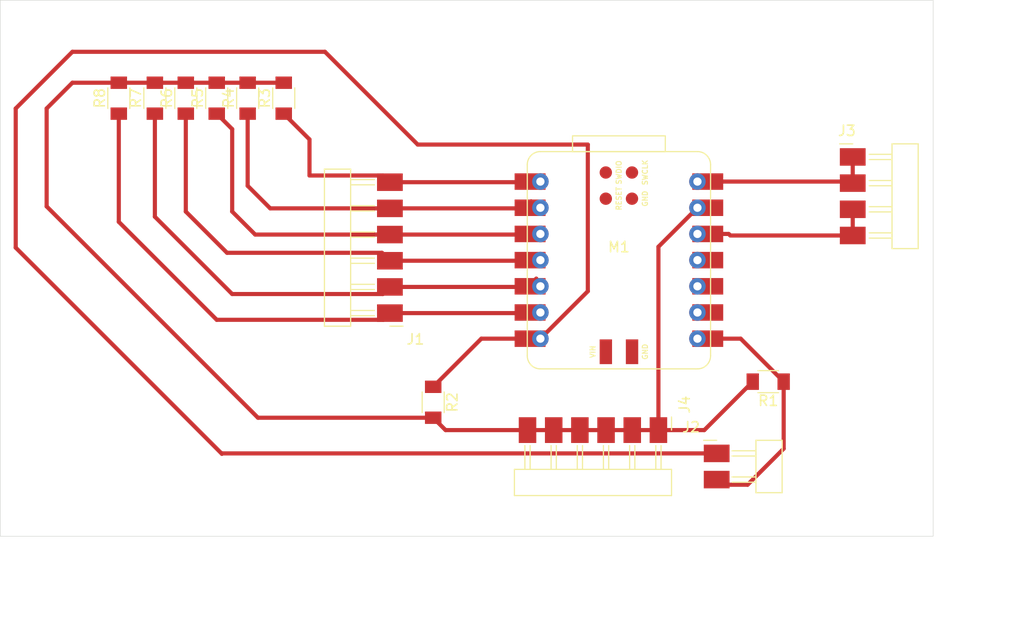
<source format=kicad_pcb>
(kicad_pcb (version 20241229) (generator "pcbnew") (generator_version "9.0")
  (layers (0 "F.Cu" signal) (2 "B.Cu" signal) (13 "F.Paste" user) (15 "B.Paste" user) (5 "F.SilkS" user "F.Silkscreen") (7 "B.SilkS" user "B.Silkscreen") (1 "F.Mask" user) (3 "B.Mask" user) (25 "Edge.Cuts" user))
  (net 0 "")
  (net 1 "Net-(J1-Pin_2)")
  (net 2 "Net-(J1-Pin_3)")
  (net 3 "Net-(J1-Pin_1)")
  (net 4 "Net-(J1-Pin_6)")
  (net 5 "Net-(J1-Pin_5)")
  (net 6 "Net-(J1-Pin_4)")
  (net 7 "Net-(J2-Pin_1)")
  (net 8 "Net-(J2-Pin_2)")
  (net 9 "Net-(J3-Pin_1)")
  (net 10 "Net-(J3-Pin_3)")
  (net 11 "Net-(J4-Pin_1)")
  (footprint "fab:R_1206" (layer "F.Cu") (at 90.5 70 90)
    (property "Reference" "R7" (at 0 -1.85 90) (layer "F.SilkS"))
    (property "Value" "R_1206")
    (fp_line (start -1 -1.07) (end 1 -1.07) (stroke (width 0.12)) (layer "F.SilkS"))
    (fp_line (start 1 1.07) (end -1 1.07) (stroke (width 0.12)) (layer "F.SilkS"))
    (pad "1" smd rect (at -1.5 0 90) (size 1.2 1.6) (layers "F.Cu" "F.Mask" "F.Paste") (net 1 "Net-(J1-Pin_2)"))
    (pad "2" smd rect (at 1.5 0 90) (size 1.2 1.6) (layers "F.Cu" "F.Mask" "F.Paste") (net 11 "Net-(J4-Pin_1)"))
  )
  (footprint "fab:PinHeader_01x02_P2.54mm_Horizontal_SMD" (layer "F.Cu") (at 145 104.46)
    (property "Reference" "J2" (at -1.524 -2.54 0) (layer "F.SilkS") (effects (justify right)))
    (property "Value" "PinHeader_01x02_P2.54mm_Horizontal_SMD")
    (fp_line (start -1.27 -1.27) (end 0 -1.27) (stroke (width 0.12)) (layer "F.SilkS"))
    (fp_line (start 3.81 -1.27) (end 6.35 -1.27) (stroke (width 0.12)) (layer "F.SilkS"))
    (fp_line (start 3.81 -0.254) (end 1.5 -0.254) (stroke (width 0.12)) (layer "F.SilkS"))
    (fp_line (start 3.81 0.254) (end 1.5 0.254) (stroke (width 0.12)) (layer "F.SilkS"))
    (fp_line (start 3.81 2.286) (end 1.5 2.286) (stroke (width 0.12)) (layer "F.SilkS"))
    (fp_line (start 3.81 2.794) (end 1.5 2.794) (stroke (width 0.12)) (layer "F.SilkS"))
    (fp_line (start 3.81 3.81) (end 3.81 -1.27) (stroke (width 0.12)) (layer "F.SilkS"))
    (fp_line (start 6.35 -1.27) (end 6.35 3.81) (stroke (width 0.12)) (layer "F.SilkS"))
    (fp_line (start 6.35 3.81) (end 3.81 3.81) (stroke (width 0.12)) (layer "F.SilkS"))
    (pad "1" smd rect (at 0 0) (size 2.5 1.7) (layers "F.Cu" "F.Mask" "F.Paste") (net 7 "Net-(J2-Pin_1)"))
    (pad "2" smd rect (at 0 2.54) (size 2.5 1.7) (layers "F.Cu" "F.Mask" "F.Paste") (net 8 "Net-(J2-Pin_2)"))
  )
  (footprint "fab:R_1206" (layer "F.Cu") (at 96.5 70 90)
    (property "Reference" "R5" (at 0 -1.85 90) (layer "F.SilkS"))
    (property "Value" "R_1206")
    (fp_line (start -1 -1.07) (end 1 -1.07) (stroke (width 0.12)) (layer "F.SilkS"))
    (fp_line (start 1 1.07) (end -1 1.07) (stroke (width 0.12)) (layer "F.SilkS"))
    (pad "1" smd rect (at -1.5 0 90) (size 1.2 1.6) (layers "F.Cu" "F.Mask" "F.Paste") (net 6 "Net-(J1-Pin_4)"))
    (pad "2" smd rect (at 1.5 0 90) (size 1.2 1.6) (layers "F.Cu" "F.Mask" "F.Paste") (net 11 "Net-(J4-Pin_1)"))
  )
  (footprint "fab:SeeedStudio_XIAO_RP2040" (layer "F.Cu") (at 135.515 85.71)
    (property "Reference" "M1" (at 0 -1.27 0) (layer "F.SilkS"))
    (property "Value" "Module_XIAO-RP2040")
    (fp_line (start -8.8875 9.281) (end -8.8875 -9.261) (stroke (width 0.12)) (layer "F.SilkS"))
    (fp_line (start -7.6175 -10.531) (end 7.6225 -10.531) (stroke (width 0.12)) (layer "F.SilkS"))
    (fp_line (start 7.6225 10.551) (end -7.6175 10.551) (stroke (width 0.12)) (layer "F.SilkS"))
    (fp_line (start 8.8925 -9.261) (end 8.8925 9.281) (stroke (width 0.12)) (layer "F.SilkS"))
    (fp_rect (start -4.4975 -10.531) (end 4.5025 -12.055) (stroke (width 0.12)) (fill no) (layer "F.SilkS"))
    (fp_arc (start -8.8875 -9.261) (mid -8.515526 -10.159026) (end -7.6175 -10.531) (stroke (width 0.12)) (layer "F.SilkS"))
    (fp_arc (start -7.6175 10.551) (mid -8.515526 10.179026) (end -8.8875 9.281) (stroke (width 0.12)) (layer "F.SilkS"))
    (fp_arc (start 7.6225 -10.531) (mid 8.520526 -10.159026) (end 8.8925 -9.261) (stroke (width 0.12)) (layer "F.SilkS"))
    (fp_arc (start 8.8925 9.281) (mid 8.520526 10.179026) (end 7.6225 10.551) (stroke (width 0.12)) (layer "F.SilkS"))
    (fp_text user "SWCLK" (at 2.54 -8.5 90) (layer "F.SilkS") (effects (font (size 0.5 0.5) (thickness 0.1) (bold yes))))
    (fp_text user "GND" (at 2.545 8.89 90) (layer "F.SilkS") (effects (font (size 0.5 0.5) (thickness 0.1) (bold yes))))
    (fp_text user "VIN" (at -2.535 8.89 90) (layer "F.SilkS") (effects (font (size 0.5 0.5) (thickness 0.1) (bold yes))))
    (fp_text user "SWDIO" (at 0 -8.5 90) (layer "F.SilkS") (effects (font (size 0.5 0.5) (thickness 0.1) (bold yes))))
    (fp_text user "RESET" (at 0 -5.96 90) (layer "F.SilkS") (effects (font (size 0.5 0.5) (thickness 0.1) (bold yes))))
    (fp_text user "GND" (at 2.54 -5.96 90) (layer "F.SilkS") (effects (font (size 0.5 0.5) (thickness 0.1) (bold yes))))
    (pad "1" thru_hole circle (at -7.615 -7.62) (size 1.6 1.6) (drill 0.8) (layers "*.Cu" "*.Mask") (net 3 "Net-(J1-Pin_1)"))
    (pad "1" smd rect (at -7.615 -7.62) (size 3 1.6) (drill (offset -1 0)) (layers "F.Cu" "F.Mask" "F.Paste") (net 3 "Net-(J1-Pin_1)"))
    (pad "2" thru_hole circle (at -7.615 -5.08) (size 1.6 1.6) (drill 0.8) (layers "*.Cu" "*.Mask") (net 1 "Net-(J1-Pin_2)"))
    (pad "2" smd rect (at -7.615 -5.08) (size 3 1.6) (drill (offset -1 0)) (layers "F.Cu" "F.Mask" "F.Paste") (net 1 "Net-(J1-Pin_2)"))
    (pad "3" thru_hole circle (at -7.615 -2.54) (size 1.6 1.6) (drill 0.8) (layers "*.Cu" "*.Mask") (net 2 "Net-(J1-Pin_3)"))
    (pad "3" smd rect (at -7.615 -2.54) (size 3 1.6) (drill (offset -1 0)) (layers "F.Cu" "F.Mask" "F.Paste") (net 2 "Net-(J1-Pin_3)"))
    (pad "4" thru_hole circle (at -7.615 0) (size 1.6 1.6) (drill 0.8) (layers "*.Cu" "*.Mask") (net 6 "Net-(J1-Pin_4)"))
    (pad "4" smd rect (at -7.615 0) (size 3 1.6) (drill (offset -1 0)) (layers "F.Cu" "F.Mask" "F.Paste") (net 6 "Net-(J1-Pin_4)"))
    (pad "5" thru_hole circle (at -7.615 2.54) (size 1.6 1.6) (drill 0.8) (layers "*.Cu" "*.Mask") (net 5 "Net-(J1-Pin_5)"))
    (pad "5" smd rect (at -7.615 2.54) (size 3 1.6) (drill (offset -1 0)) (layers "F.Cu" "F.Mask" "F.Paste") (net 5 "Net-(J1-Pin_5)"))
    (pad "6" thru_hole circle (at -7.615 5.08) (size 1.6 1.6) (drill 0.8) (layers "*.Cu" "*.Mask") (net 4 "Net-(J1-Pin_6)"))
    (pad "6" smd rect (at -7.615 5.08) (size 3 1.6) (drill (offset -1 0)) (layers "F.Cu" "F.Mask" "F.Paste") (net 4 "Net-(J1-Pin_6)"))
    (pad "7" thru_hole circle (at -7.615 7.62) (size 1.6 1.6) (drill 0.8) (layers "*.Cu" "*.Mask") (net 7 "Net-(J2-Pin_1)"))
    (pad "7" smd rect (at -7.615 7.62) (size 3 1.6) (drill (offset -1 0)) (layers "F.Cu" "F.Mask" "F.Paste") (net 7 "Net-(J2-Pin_1)"))
    (pad "8" thru_hole circle (at 7.62 7.62) (size 1.6 1.6) (drill 0.8) (layers "*.Cu" "*.Mask") (net 8 "Net-(J2-Pin_2)"))
    (pad "8" smd rect (at 7.62 7.62) (size 3 1.6) (drill (offset 1 0)) (layers "F.Cu" "F.Mask" "F.Paste") (net 8 "Net-(J2-Pin_2)"))
    (pad "9" thru_hole circle (at 7.62 5.08) (size 1.6 1.6) (drill 0.8) (layers "*.Cu" "*.Mask"))
    (pad "9" smd rect (at 7.62 5.08) (size 3 1.6) (drill (offset 1 0)) (layers "F.Cu" "F.Mask" "F.Paste"))
    (pad "10" thru_hole circle (at 7.62 2.54) (size 1.6 1.6) (drill 0.8) (layers "*.Cu" "*.Mask"))
    (pad "10" smd rect (at 7.62 2.54) (size 3 1.6) (drill (offset 1 0)) (layers "F.Cu" "F.Mask" "F.Paste"))
    (pad "11" thru_hole circle (at 7.62 0) (size 1.6 1.6) (drill 0.8) (layers "*.Cu" "*.Mask"))
    (pad "11" smd rect (at 7.62 0) (size 3 1.6) (drill (offset 1 0)) (layers "F.Cu" "F.Mask" "F.Paste"))
    (pad "12" thru_hole circle (at 7.62 -2.54) (size 1.6 1.6) (drill 0.8) (layers "*.Cu" "*.Mask") (net 10 "Net-(J3-Pin_3)"))
    (pad "12" smd rect (at 7.62 -2.54) (size 3 1.6) (drill (offset 1 0)) (layers "F.Cu" "F.Mask" "F.Paste") (net 10 "Net-(J3-Pin_3)"))
    (pad "13" thru_hole circle (at 7.62 -5.08) (size 1.6 1.6) (drill 0.8) (layers "*.Cu" "*.Mask") (net 11 "Net-(J4-Pin_1)"))
    (pad "13" smd rect (at 7.62 -5.08) (size 3 1.6) (drill (offset 1 0)) (layers "F.Cu" "F.Mask" "F.Paste") (net 11 "Net-(J4-Pin_1)"))
    (pad "14" thru_hole circle (at 7.62 -7.62) (size 1.6 1.6) (drill 0.8) (layers "*.Cu" "*.Mask") (net 9 "Net-(J3-Pin_1)"))
    (pad "14" smd rect (at 7.62 -7.62) (size 3 1.6) (drill (offset 1 0)) (layers "F.Cu" "F.Mask" "F.Paste") (net 9 "Net-(J3-Pin_1)"))
    (pad "15" smd rect (at 1.275 8.89 270) (size 2.4 1.2) (layers "F.Cu" "F.Mask" "F.Paste"))
    (pad "16" smd rect (at -1.265 8.89 270) (size 2.4 1.2) (layers "F.Cu" "F.Mask" "F.Paste"))
    (pad "17" smd circle (at -1.27 -8.5) (size 1.2 1.2) (layers "F.Cu" "F.Mask" "F.Paste"))
    (pad "18" smd circle (at -1.27 -5.96) (size 1.2 1.2) (layers "F.Cu" "F.Mask" "F.Paste"))
    (pad "19" smd circle (at 1.27 -5.96) (size 1.2 1.2) (layers "F.Cu" "F.Mask" "F.Paste"))
    (pad "20" smd circle (at 1.27 -8.5) (size 1.2 1.2) (layers "F.Cu" "F.Mask" "F.Paste"))
  )
  (footprint "fab:PinHeader_01x06_P2.54mm_Horizontal_SMD" (layer "F.Cu") (at 113.3 90.85 180)
    (property "Reference" "J1" (at -1.524 -2.54 0) (layer "F.SilkS") (effects (justify left)))
    (property "Value" "PinHeader_01x06_P2.54mm_Horizontal_SMD")
    (fp_line (start 6.35 13.97) (end 3.81 13.97) (stroke (width 0.12)) (layer "F.SilkS"))
    (fp_line (start 6.35 -1.27) (end 6.35 13.97) (stroke (width 0.12)) (layer "F.SilkS"))
    (fp_line (start 3.81 13.97) (end 3.81 -1.27) (stroke (width 0.12)) (layer "F.SilkS"))
    (fp_line (start 3.81 12.954) (end 1.5 12.954) (stroke (width 0.12)) (layer "F.SilkS"))
    (fp_line (start 3.81 12.446) (end 1.5 12.446) (stroke (width 0.12)) (layer "F.SilkS"))
    (fp_line (start 3.81 10.414) (end 1.5 10.414) (stroke (width 0.12)) (layer "F.SilkS"))
    (fp_line (start 3.81 9.906) (end 1.5 9.906) (stroke (width 0.12)) (layer "F.SilkS"))
    (fp_line (start 3.81 7.874) (end 1.5 7.874) (stroke (width 0.12)) (layer "F.SilkS"))
    (fp_line (start 3.81 7.366) (end 1.5 7.366) (stroke (width 0.12)) (layer "F.SilkS"))
    (fp_line (start 3.81 5.334) (end 1.5 5.334) (stroke (width 0.12)) (layer "F.SilkS"))
    (fp_line (start 3.81 4.826) (end 1.5 4.826) (stroke (width 0.12)) (layer "F.SilkS"))
    (fp_line (start 3.81 2.794) (end 1.5 2.794) (stroke (width 0.12)) (layer "F.SilkS"))
    (fp_line (start 3.81 2.286) (end 1.5 2.286) (stroke (width 0.12)) (layer "F.SilkS"))
    (fp_line (start 3.81 0.254) (end 1.5 0.254) (stroke (width 0.12)) (layer "F.SilkS"))
    (fp_line (start 3.81 -0.254) (end 1.5 -0.254) (stroke (width 0.12)) (layer "F.SilkS"))
    (fp_line (start 3.81 -1.27) (end 6.35 -1.27) (stroke (width 0.12)) (layer "F.SilkS"))
    (fp_line (start -1.27 -1.27) (end 0 -1.27) (stroke (width 0.12)) (layer "F.SilkS"))
    (pad "1" smd rect (at 0 0 180) (size 2.5 1.7) (layers "F.Cu" "F.Mask" "F.Paste") (net 3 "Net-(J1-Pin_1)"))
    (pad "2" smd rect (at 0 2.54 180) (size 2.5 1.7) (layers "F.Cu" "F.Mask" "F.Paste") (net 1 "Net-(J1-Pin_2)"))
    (pad "3" smd rect (at 0 5.08 180) (size 2.5 1.7) (layers "F.Cu" "F.Mask" "F.Paste") (net 2 "Net-(J1-Pin_3)"))
    (pad "4" smd rect (at 0 7.62 180) (size 2.5 1.7) (layers "F.Cu" "F.Mask" "F.Paste") (net 6 "Net-(J1-Pin_4)"))
    (pad "5" smd rect (at 0 10.16 180) (size 2.5 1.7) (layers "F.Cu" "F.Mask" "F.Paste") (net 5 "Net-(J1-Pin_5)"))
    (pad "6" smd rect (at 0 12.7 180) (size 2.5 1.7) (layers "F.Cu" "F.Mask" "F.Paste") (net 4 "Net-(J1-Pin_6)"))
  )
  (footprint "fab:R_1206" (layer "F.Cu") (at 117.5 99.5 -90)
    (property "Reference" "R2" (at 0 -1.85 90) (layer "F.SilkS"))
    (property "Value" "R_1206")
    (fp_line (start 1 1.07) (end -1 1.07) (stroke (width 0.12)) (layer "F.SilkS"))
    (fp_line (start -1 -1.07) (end 1 -1.07) (stroke (width 0.12)) (layer "F.SilkS"))
    (pad "1" smd rect (at -1.5 0 270) (size 1.2 1.6) (layers "F.Cu" "F.Mask" "F.Paste") (net 7 "Net-(J2-Pin_1)"))
    (pad "2" smd rect (at 1.5 0 270) (size 1.2 1.6) (layers "F.Cu" "F.Mask" "F.Paste") (net 11 "Net-(J4-Pin_1)"))
  )
  (footprint "fab:R_1206" (layer "F.Cu") (at 99.5 70 90)
    (property "Reference" "R4" (at 0 -1.85 90) (layer "F.SilkS"))
    (property "Value" "R_1206")
    (fp_line (start -1 -1.07) (end 1 -1.07) (stroke (width 0.12)) (layer "F.SilkS"))
    (fp_line (start 1 1.07) (end -1 1.07) (stroke (width 0.12)) (layer "F.SilkS"))
    (pad "1" smd rect (at -1.5 0 90) (size 1.2 1.6) (layers "F.Cu" "F.Mask" "F.Paste") (net 5 "Net-(J1-Pin_5)"))
    (pad "2" smd rect (at 1.5 0 90) (size 1.2 1.6) (layers "F.Cu" "F.Mask" "F.Paste") (net 11 "Net-(J4-Pin_1)"))
  )
  (footprint "fab:PinHeader_01x04_P2.54mm_Horizontal_SMD" (layer "F.Cu") (at 158.2 75.7)
    (property "Reference" "J3" (at -1.524 -2.54 180) (layer "F.SilkS") (effects (justify left)))
    (property "Value" "PinHeader_01x04_P2.54mm_Horizontal_SMD")
    (fp_line (start -1.27 -1.27) (end 0 -1.27) (stroke (width 0.12)) (layer "F.SilkS"))
    (fp_line (start 3.81 -1.27) (end 6.35 -1.27) (stroke (width 0.12)) (layer "F.SilkS"))
    (fp_line (start 3.81 -0.254) (end 1.6 -0.254) (stroke (width 0.12)) (layer "F.SilkS"))
    (fp_line (start 3.81 0.254) (end 1.6 0.254) (stroke (width 0.12)) (layer "F.SilkS"))
    (fp_line (start 3.81 2.286) (end 1.6 2.286) (stroke (width 0.12)) (layer "F.SilkS"))
    (fp_line (start 3.81 2.794) (end 1.6 2.794) (stroke (width 0.12)) (layer "F.SilkS"))
    (fp_line (start 3.81 4.826) (end 1.6 4.826) (stroke (width 0.12)) (layer "F.SilkS"))
    (fp_line (start 3.81 5.334) (end 1.6 5.334) (stroke (width 0.12)) (layer "F.SilkS"))
    (fp_line (start 3.81 7.366) (end 1.6 7.366) (stroke (width 0.12)) (layer "F.SilkS"))
    (fp_line (start 3.81 7.874) (end 1.6 7.874) (stroke (width 0.12)) (layer "F.SilkS"))
    (fp_line (start 3.81 8.89) (end 3.81 -1.27) (stroke (width 0.12)) (layer "F.SilkS"))
    (fp_line (start 6.35 -1.27) (end 6.35 8.89) (stroke (width 0.12)) (layer "F.SilkS"))
    (fp_line (start 6.35 8.89) (end 3.81 8.89) (stroke (width 0.12)) (layer "F.SilkS"))
    (pad "1" smd rect (at 0 0) (size 2.5 1.7) (layers "F.Cu" "F.Mask" "F.Paste") (net 9 "Net-(J3-Pin_1)"))
    (pad "2" smd rect (at 0 2.54) (size 2.5 1.7) (layers "F.Cu" "F.Mask" "F.Paste") (net 9 "Net-(J3-Pin_1)"))
    (pad "3" smd rect (at 0 5.08) (size 2.5 1.7) (layers "F.Cu" "F.Mask" "F.Paste") (net 10 "Net-(J3-Pin_3)"))
    (pad "4" smd rect (at 0 7.62) (size 2.5 1.7) (layers "F.Cu" "F.Mask" "F.Paste") (net 10 "Net-(J3-Pin_3)"))
  )
  (footprint "fab:PinHeader_01x06_P2.54mm_Horizontal_SMD" (layer "F.Cu") (at 139.35 102.2 -90)
    (property "Reference" "J4" (at -1.524 -2.54 90) (layer "F.SilkS") (effects (justify left)))
    (property "Value" "PinHeader_01x06_P2.54mm_Horizontal_SMD")
    (fp_line (start 3.81 13.97) (end 3.81 -1.27) (stroke (width 0.12)) (layer "F.SilkS"))
    (fp_line (start 6.35 13.97) (end 3.81 13.97) (stroke (width 0.12)) (layer "F.SilkS"))
    (fp_line (start 3.81 12.954) (end 1.5 12.954) (stroke (width 0.12)) (layer "F.SilkS"))
    (fp_line (start 3.81 12.446) (end 1.5 12.446) (stroke (width 0.12)) (layer "F.SilkS"))
    (fp_line (start 3.81 10.414) (end 1.5 10.414) (stroke (width 0.12)) (layer "F.SilkS"))
    (fp_line (start 3.81 9.906) (end 1.5 9.906) (stroke (width 0.12)) (layer "F.SilkS"))
    (fp_line (start 3.81 7.874) (end 1.5 7.874) (stroke (width 0.12)) (layer "F.SilkS"))
    (fp_line (start 3.81 7.366) (end 1.5 7.366) (stroke (width 0.12)) (layer "F.SilkS"))
    (fp_line (start 3.81 5.334) (end 1.5 5.334) (stroke (width 0.12)) (layer "F.SilkS"))
    (fp_line (start 3.81 4.826) (end 1.5 4.826) (stroke (width 0.12)) (layer "F.SilkS"))
    (fp_line (start 3.81 2.794) (end 1.5 2.794) (stroke (width 0.12)) (layer "F.SilkS"))
    (fp_line (start 3.81 2.286) (end 1.5 2.286) (stroke (width 0.12)) (layer "F.SilkS"))
    (fp_line (start 3.81 0.254) (end 1.5 0.254) (stroke (width 0.12)) (layer "F.SilkS"))
    (fp_line (start 3.81 -0.254) (end 1.5 -0.254) (stroke (width 0.12)) (layer "F.SilkS"))
    (fp_line (start -1.27 -1.27) (end 0 -1.27) (stroke (width 0.12)) (layer "F.SilkS"))
    (fp_line (start 3.81 -1.27) (end 6.35 -1.27) (stroke (width 0.12)) (layer "F.SilkS"))
    (fp_line (start 6.35 -1.27) (end 6.35 13.97) (stroke (width 0.12)) (layer "F.SilkS"))
    (pad "1" smd rect (at 0 0 270) (size 2.5 1.7) (layers "F.Cu" "F.Mask" "F.Paste") (net 11 "Net-(J4-Pin_1)"))
    (pad "2" smd rect (at 0 2.54 270) (size 2.5 1.7) (layers "F.Cu" "F.Mask" "F.Paste") (net 11 "Net-(J4-Pin_1)"))
    (pad "3" smd rect (at 0 5.08 270) (size 2.5 1.7) (layers "F.Cu" "F.Mask" "F.Paste") (net 11 "Net-(J4-Pin_1)"))
    (pad "4" smd rect (at 0 7.62 270) (size 2.5 1.7) (layers "F.Cu" "F.Mask" "F.Paste") (net 11 "Net-(J4-Pin_1)"))
    (pad "5" smd rect (at 0 10.16 270) (size 2.5 1.7) (layers "F.Cu" "F.Mask" "F.Paste") (net 11 "Net-(J4-Pin_1)"))
    (pad "6" smd rect (at 0 12.7 270) (size 2.5 1.7) (layers "F.Cu" "F.Mask" "F.Paste") (net 11 "Net-(J4-Pin_1)"))
  )
  (footprint "fab:R_1206" (layer "F.Cu") (at 87 70 90)
    (property "Reference" "R8" (at 0 -1.85 90) (layer "F.SilkS"))
    (property "Value" "R_1206")
    (fp_line (start -1 -1.07) (end 1 -1.07) (stroke (width 0.12)) (layer "F.SilkS"))
    (fp_line (start 1 1.07) (end -1 1.07) (stroke (width 0.12)) (layer "F.SilkS"))
    (pad "1" smd rect (at -1.5 0 90) (size 1.2 1.6) (layers "F.Cu" "F.Mask" "F.Paste") (net 3 "Net-(J1-Pin_1)"))
    (pad "2" smd rect (at 1.5 0 90) (size 1.2 1.6) (layers "F.Cu" "F.Mask" "F.Paste") (net 11 "Net-(J4-Pin_1)"))
  )
  (footprint "fab:R_1206" (layer "F.Cu") (at 103 70 90)
    (property "Reference" "R3" (at 0 -1.85 90) (layer "F.SilkS"))
    (property "Value" "R_1206")
    (fp_line (start -1 -1.07) (end 1 -1.07) (stroke (width 0.12)) (layer "F.SilkS"))
    (fp_line (start 1 1.07) (end -1 1.07) (stroke (width 0.12)) (layer "F.SilkS"))
    (pad "1" smd rect (at -1.5 0 90) (size 1.2 1.6) (layers "F.Cu" "F.Mask" "F.Paste") (net 4 "Net-(J1-Pin_6)"))
    (pad "2" smd rect (at 1.5 0 90) (size 1.2 1.6) (layers "F.Cu" "F.Mask" "F.Paste") (net 11 "Net-(J4-Pin_1)"))
  )
  (footprint "fab:R_1206" (layer "F.Cu") (at 150 97.5 180)
    (property "Reference" "R1" (at 0 -1.85 0) (layer "F.SilkS"))
    (property "Value" "R_1206")
    (fp_line (start 1 1.07) (end -1 1.07) (stroke (width 0.12)) (layer "F.SilkS"))
    (fp_line (start -1 -1.07) (end 1 -1.07) (stroke (width 0.12)) (layer "F.SilkS"))
    (pad "1" smd rect (at -1.5 0 180) (size 1.2 1.6) (layers "F.Cu" "F.Mask" "F.Paste") (net 8 "Net-(J2-Pin_2)"))
    (pad "2" smd rect (at 1.5 0 180) (size 1.2 1.6) (layers "F.Cu" "F.Mask" "F.Paste") (net 11 "Net-(J4-Pin_1)"))
  )
  (footprint "fab:R_1206" (layer "F.Cu") (at 93.5 70 90)
    (property "Reference" "R6" (at 0 -1.85 90) (layer "F.SilkS"))
    (property "Value" "R_1206")
    (fp_line (start -1 -1.07) (end 1 -1.07) (stroke (width 0.12)) (layer "F.SilkS"))
    (fp_line (start 1 1.07) (end -1 1.07) (stroke (width 0.12)) (layer "F.SilkS"))
    (pad "1" smd rect (at -1.5 0 90) (size 1.2 1.6) (layers "F.Cu" "F.Mask" "F.Paste") (net 2 "Net-(J1-Pin_3)"))
    (pad "2" smd rect (at 1.5 0 90) (size 1.2 1.6) (layers "F.Cu" "F.Mask" "F.Paste") (net 11 "Net-(J4-Pin_1)"))
  )
  (gr_rect (start 75.5 60.5) (end 166 112.5) (stroke (width 0.05)) (fill no) (layer "Edge.Cuts"))
  (segment (start 113.3 88.31) (end 126.69 88.31) (width 0.4) (layer "F.Cu") (net 1))
  (segment (start 90.5 71.5) (end 90.5 81.5) (width 0.4) (layer "F.Cu") (net 1))
  (segment (start 90.5 81.5) (end 98 89) (width 0.4) (layer "F.Cu") (net 1))
  (segment (start 112.61 89) (end 113.3 88.31) (width 0.4) (layer "F.Cu") (net 1))
  (segment (start 98 89) (end 112.61 89) (width 0.4) (layer "F.Cu") (net 1))
  (segment (start 126.69 88.31) (end 127.5 87.5) (width 0.4) (layer "F.Cu") (net 1))
  (segment (start 113.3 85.77) (end 127.23 85.77) (width 0.4) (layer "F.Cu") (net 2))
  (segment (start 93.5 71.5) (end 93.5 81) (width 0.4) (layer "F.Cu") (net 2))
  (segment (start 93.5 81) (end 97.5 85) (width 0.4) (layer "F.Cu") (net 2))
  (segment (start 112.53 85) (end 113.3 85.77) (width 0.4) (layer "F.Cu") (net 2))
  (segment (start 127.23 85.77) (end 127.5 85.5) (width 0.4) (layer "F.Cu") (net 2))
  (segment (start 97.5 85) (end 112.53 85) (width 0.4) (layer "F.Cu") (net 2))
  (segment (start 87 71.5) (end 87 82) (width 0.4) (layer "F.Cu") (net 3))
  (segment (start 113.3 90.85) (end 126.15 90.85) (width 0.4) (layer "F.Cu") (net 3))
  (segment (start 96.5 91.5) (end 112.65 91.5) (width 0.4) (layer "F.Cu") (net 3))
  (segment (start 87 82) (end 96.5 91.5) (width 0.4) (layer "F.Cu") (net 3))
  (segment (start 126.15 90.85) (end 126.5 90.5) (width 0.4) (layer "F.Cu") (net 3))
  (segment (start 112.65 91.5) (end 113.3 90.85) (width 0.4) (layer "F.Cu") (net 3))
  (segment (start 113.3 78.15) (end 126.85 78.15) (width 0.4) (layer "F.Cu") (net 4))
  (segment (start 105.5 77.5) (end 112.65 77.5) (width 0.4) (layer "F.Cu") (net 4))
  (segment (start 103 71.5) (end 105.5 74) (width 0.4) (layer "F.Cu") (net 4))
  (segment (start 126.85 78.15) (end 127 78) (width 0.4) (layer "F.Cu") (net 4))
  (segment (start 105.5 74) (end 105.5 77.5) (width 0.4) (layer "F.Cu") (net 4))
  (segment (start 112.65 77.5) (end 113.3 78.15) (width 0.4) (layer "F.Cu") (net 4))
  (segment (start 101.69 80.69) (end 113.3 80.69) (width 0.4) (layer "F.Cu") (net 5))
  (segment (start 113.3 80.69) (end 126.31 80.69) (width 0.4) (layer "F.Cu") (net 5))
  (segment (start 99.5 71.5) (end 99.5 78.5) (width 0.4) (layer "F.Cu") (net 5))
  (segment (start 99.5 78.5) (end 101.69 80.69) (width 0.4) (layer "F.Cu") (net 5))
  (segment (start 126.31 80.69) (end 127 80) (width 0.4) (layer "F.Cu") (net 5))
  (segment (start 100.23 83.23) (end 113.3 83.23) (width 0.4) (layer "F.Cu") (net 6))
  (segment (start 127.23 83.23) (end 127.5 83.5) (width 0.4) (layer "F.Cu") (net 6))
  (segment (start 96.5 71.5) (end 98 73) (width 0.4) (layer "F.Cu") (net 6))
  (segment (start 98 81) (end 100.23 83.23) (width 0.4) (layer "F.Cu") (net 6))
  (segment (start 98 73) (end 98 81) (width 0.4) (layer "F.Cu") (net 6))
  (segment (start 113.3 83.23) (end 127.23 83.23) (width 0.4) (layer "F.Cu") (net 6))
  (segment (start 116 74.5) (end 132.5 74.5) (width 0.4) (layer "F.Cu") (net 7))
  (segment (start 132.5 74.5) (end 132.5 88.73) (width 0.4) (layer "F.Cu") (net 7))
  (segment (start 145 104.46) (end 97.04 104.46) (width 0.4) (layer "F.Cu") (net 7))
  (segment (start 77 71) (end 82.5 65.5) (width 0.4) (layer "F.Cu") (net 7))
  (segment (start 82.5 65.5) (end 107 65.5) (width 0.4) (layer "F.Cu") (net 7))
  (segment (start 77 84.5) (end 77 71) (width 0.4) (layer "F.Cu") (net 7))
  (segment (start 97.04 104.46) (end 97 104.5) (width 0.4) (layer "F.Cu") (net 7))
  (segment (start 122.17 93.33) (end 127.9 93.33) (width 0.4) (layer "F.Cu") (net 7))
  (segment (start 132.5 88.73) (end 127.9 93.33) (width 0.4) (layer "F.Cu") (net 7))
  (segment (start 107 65.5) (end 116 74.5) (width 0.4) (layer "F.Cu") (net 7))
  (segment (start 117.5 98) (end 122.17 93.33) (width 0.4) (layer "F.Cu") (net 7))
  (segment (start 97 104.5) (end 77 84.5) (width 0.4) (layer "F.Cu") (net 7))
  (segment (start 145.5 107.5) (end 145 107) (width 0.4) (layer "F.Cu") (net 8))
  (segment (start 151.5 104) (end 148 107.5) (width 0.4) (layer "F.Cu") (net 8))
  (segment (start 147.33 93.33) (end 143.135 93.33) (width 0.4) (layer "F.Cu") (net 8))
  (segment (start 148 107.5) (end 145.5 107.5) (width 0.4) (layer "F.Cu") (net 8))
  (segment (start 151.5 97.5) (end 151.5 104) (width 0.4) (layer "F.Cu") (net 8))
  (segment (start 151.5 97.5) (end 147.33 93.33) (width 0.4) (layer "F.Cu") (net 8))
  (segment (start 158.2 78.24) (end 158.2 75.7) (width 0.4) (layer "F.Cu") (net 9))
  (segment (start 158.05 78.09) (end 158.2 78.24) (width 0.4) (layer "F.Cu") (net 9))
  (segment (start 143.135 78.09) (end 158.05 78.09) (width 0.4) (layer "F.Cu") (net 9))
  (segment (start 158.2 80.78) (end 158.2 83.32) (width 0.4) (layer "F.Cu") (net 10))
  (segment (start 146.32 83.32) (end 158.2 83.32) (width 0.4) (layer "F.Cu") (net 10))
  (segment (start 143.135 83.17) (end 146.17 83.17) (width 0.4) (layer "F.Cu") (net 10))
  (segment (start 146.17 83.17) (end 146.32 83.32) (width 0.4) (layer "F.Cu") (net 10))
  (segment (start 100.5 101) (end 117.5 101) (width 0.4) (layer "F.Cu") (net 11))
  (segment (start 118.7 102.2) (end 126.65 102.2) (width 0.4) (layer "F.Cu") (net 11))
  (segment (start 126.65 102.2) (end 139.35 102.2) (width 0.4) (layer "F.Cu") (net 11))
  (segment (start 80 80.5) (end 100.5 101) (width 0.4) (layer "F.Cu") (net 11))
  (segment (start 117.5 101) (end 118.7 102.2) (width 0.4) (layer "F.Cu") (net 11))
  (segment (start 148.5 97.5) (end 143.8 102.2) (width 0.4) (layer "F.Cu") (net 11))
  (segment (start 82.5 68.5) (end 80 71) (width 0.4) (layer "F.Cu") (net 11))
  (segment (start 103 68.5) (end 87 68.5) (width 0.4) (layer "F.Cu") (net 11))
  (segment (start 139.35 84.415) (end 143.135 80.63) (width 0.4) (layer "F.Cu") (net 11))
  (segment (start 80 71) (end 80 80.5) (width 0.4) (layer "F.Cu") (net 11))
  (segment (start 139.35 102.2) (end 139.35 84.415) (width 0.4) (layer "F.Cu") (net 11))
  (segment (start 87 68.5) (end 82.5 68.5) (width 0.4) (layer "F.Cu") (net 11))
  (segment (start 143.8 102.2) (end 139.35 102.2) (width 0.4) (layer "F.Cu") (net 11))
)
</source>
